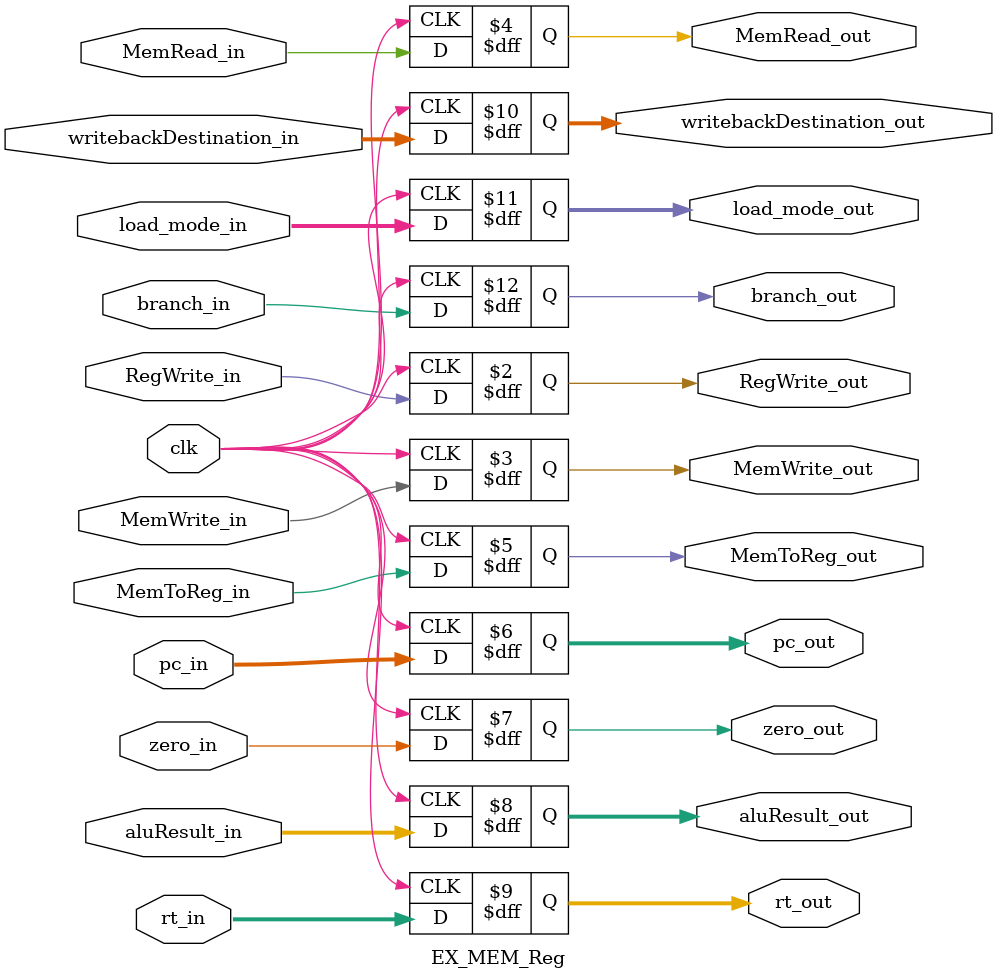
<source format=v>
module EX_MEM_Reg (
    input clk,
    input RegWrite_in,
    input MemWrite_in,
    input MemRead_in,
    input MemToReg_in,
    input [31:0] pc_in,
    input zero_in,
    input [31:0] aluResult_in,
    input [31:0] rt_in,
    input [4:0] writebackDestination_in,
    input [1:0] load_mode_in,
    input branch_in,
    output reg RegWrite_out,
    output reg MemWrite_out,
    output reg MemRead_out,
    output reg MemToReg_out,
    output reg [31:0] pc_out,
    output reg zero_out,
    output reg [31:0] aluResult_out,
    output reg [31:0] rt_out,
    output reg [4:0] writebackDestination_out,
    output reg [1:0] load_mode_out,
    output reg branch_out
);

  always @(posedge clk) begin
    zero_out <= zero_in;
    writebackDestination_out <= writebackDestination_in;
    aluResult_out <= aluResult_in;
    rt_out <= rt_in;
    pc_out <= pc_in;

    // control signals passed from decode stage to mem stage
    RegWrite_out <= RegWrite_in;
    MemWrite_out <= MemWrite_in;
    MemRead_out <= MemRead_in;
    MemToReg_out <= MemToReg_in;
    load_mode_out <= load_mode_in;
    branch_out <= branch_in;

  end

endmodule

</source>
